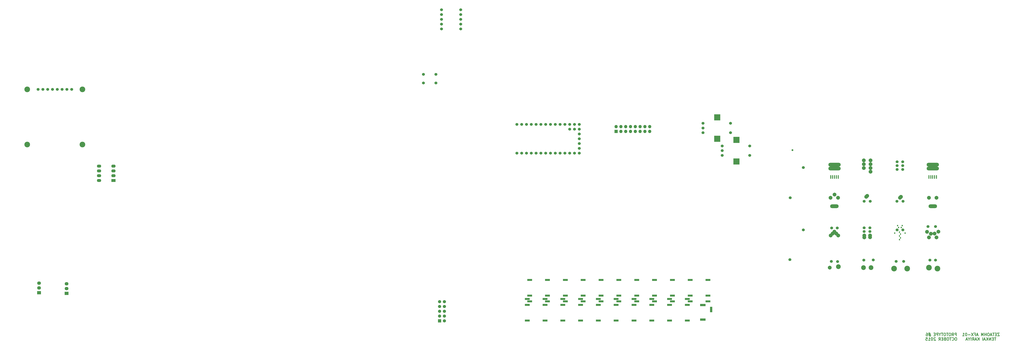
<source format=gbl>
G04 #@! TF.FileFunction,Copper,L2,Bot,Signal*
%FSLAX46Y46*%
G04 Gerber Fmt 4.6, Leading zero omitted, Abs format (unit mm)*
G04 Created by KiCad (PCBNEW (2015-10-14 BZR 6269)-product) date Tuesday, October 20, 2015 'PMt' 02:20:26 PM*
%MOMM*%
G01*
G04 APERTURE LIST*
%ADD10C,0.100000*%
%ADD11C,0.300000*%
%ADD12C,1.524000*%
%ADD13C,2.000000*%
%ADD14C,2.500000*%
%ADD15C,3.000000*%
%ADD16C,0.750000*%
%ADD17O,4.500000X2.000000*%
%ADD18O,6.500000X2.000000*%
%ADD19O,0.500000X2.000000*%
%ADD20C,1.000000*%
%ADD21R,2.500000X1.000000*%
%ADD22R,3.200000X3.200000*%
%ADD23R,2.286000X1.574800*%
%ADD24O,2.286000X1.574800*%
%ADD25C,1.676400*%
%ADD26R,1.676400X1.676400*%
%ADD27R,2.032000X1.727200*%
%ADD28O,2.032000X1.727200*%
%ADD29R,1.250000X3.000000*%
%ADD30R,3.000000X1.250000*%
%ADD31R,1.727200X1.727200*%
%ADD32O,1.727200X1.727200*%
G04 APERTURE END LIST*
D10*
D11*
X258154285Y-160633049D02*
X258154285Y-159133049D01*
X257582857Y-159133049D01*
X257439999Y-159204478D01*
X257368571Y-159275907D01*
X257297142Y-159418764D01*
X257297142Y-159633049D01*
X257368571Y-159775907D01*
X257439999Y-159847335D01*
X257582857Y-159918764D01*
X258154285Y-159918764D01*
X255797142Y-160633049D02*
X256297142Y-159918764D01*
X256654285Y-160633049D02*
X256654285Y-159133049D01*
X256082857Y-159133049D01*
X255939999Y-159204478D01*
X255868571Y-159275907D01*
X255797142Y-159418764D01*
X255797142Y-159633049D01*
X255868571Y-159775907D01*
X255939999Y-159847335D01*
X256082857Y-159918764D01*
X256654285Y-159918764D01*
X254868571Y-159133049D02*
X254582857Y-159133049D01*
X254439999Y-159204478D01*
X254297142Y-159347335D01*
X254225714Y-159633049D01*
X254225714Y-160133049D01*
X254297142Y-160418764D01*
X254439999Y-160561621D01*
X254582857Y-160633049D01*
X254868571Y-160633049D01*
X255011428Y-160561621D01*
X255154285Y-160418764D01*
X255225714Y-160133049D01*
X255225714Y-159633049D01*
X255154285Y-159347335D01*
X255011428Y-159204478D01*
X254868571Y-159133049D01*
X253797142Y-159133049D02*
X252939999Y-159133049D01*
X253368570Y-160633049D02*
X253368570Y-159133049D01*
X252154285Y-159133049D02*
X251868571Y-159133049D01*
X251725713Y-159204478D01*
X251582856Y-159347335D01*
X251511428Y-159633049D01*
X251511428Y-160133049D01*
X251582856Y-160418764D01*
X251725713Y-160561621D01*
X251868571Y-160633049D01*
X252154285Y-160633049D01*
X252297142Y-160561621D01*
X252439999Y-160418764D01*
X252511428Y-160133049D01*
X252511428Y-159633049D01*
X252439999Y-159347335D01*
X252297142Y-159204478D01*
X252154285Y-159133049D01*
X251082856Y-159133049D02*
X250225713Y-159133049D01*
X250654284Y-160633049D02*
X250654284Y-159133049D01*
X249439999Y-159918764D02*
X249439999Y-160633049D01*
X249939999Y-159133049D02*
X249439999Y-159918764D01*
X248939999Y-159133049D01*
X248439999Y-160633049D02*
X248439999Y-159133049D01*
X247868571Y-159133049D01*
X247725713Y-159204478D01*
X247654285Y-159275907D01*
X247582856Y-159418764D01*
X247582856Y-159633049D01*
X247654285Y-159775907D01*
X247725713Y-159847335D01*
X247868571Y-159918764D01*
X248439999Y-159918764D01*
X246939999Y-159847335D02*
X246439999Y-159847335D01*
X246225713Y-160633049D02*
X246939999Y-160633049D01*
X246939999Y-159133049D01*
X246225713Y-159133049D01*
X244511428Y-159633049D02*
X243439999Y-159633049D01*
X244082856Y-158990192D02*
X244511428Y-160918764D01*
X243582856Y-160275907D02*
X244654285Y-160275907D01*
X244011428Y-160918764D02*
X243582856Y-158990192D01*
X242297142Y-159133049D02*
X242582856Y-159133049D01*
X242725713Y-159204478D01*
X242797142Y-159275907D01*
X242939999Y-159490192D01*
X243011428Y-159775907D01*
X243011428Y-160347335D01*
X242939999Y-160490192D01*
X242868571Y-160561621D01*
X242725713Y-160633049D01*
X242439999Y-160633049D01*
X242297142Y-160561621D01*
X242225713Y-160490192D01*
X242154285Y-160347335D01*
X242154285Y-159990192D01*
X242225713Y-159847335D01*
X242297142Y-159775907D01*
X242439999Y-159704478D01*
X242725713Y-159704478D01*
X242868571Y-159775907D01*
X242939999Y-159847335D01*
X243011428Y-159990192D01*
X258047142Y-161533049D02*
X257761428Y-161533049D01*
X257618570Y-161604478D01*
X257475713Y-161747335D01*
X257404285Y-162033049D01*
X257404285Y-162533049D01*
X257475713Y-162818764D01*
X257618570Y-162961621D01*
X257761428Y-163033049D01*
X258047142Y-163033049D01*
X258189999Y-162961621D01*
X258332856Y-162818764D01*
X258404285Y-162533049D01*
X258404285Y-162033049D01*
X258332856Y-161747335D01*
X258189999Y-161604478D01*
X258047142Y-161533049D01*
X255904284Y-162890192D02*
X255975713Y-162961621D01*
X256189999Y-163033049D01*
X256332856Y-163033049D01*
X256547141Y-162961621D01*
X256689999Y-162818764D01*
X256761427Y-162675907D01*
X256832856Y-162390192D01*
X256832856Y-162175907D01*
X256761427Y-161890192D01*
X256689999Y-161747335D01*
X256547141Y-161604478D01*
X256332856Y-161533049D01*
X256189999Y-161533049D01*
X255975713Y-161604478D01*
X255904284Y-161675907D01*
X255475713Y-161533049D02*
X254618570Y-161533049D01*
X255047141Y-163033049D02*
X255047141Y-161533049D01*
X253832856Y-161533049D02*
X253547142Y-161533049D01*
X253404284Y-161604478D01*
X253261427Y-161747335D01*
X253189999Y-162033049D01*
X253189999Y-162533049D01*
X253261427Y-162818764D01*
X253404284Y-162961621D01*
X253547142Y-163033049D01*
X253832856Y-163033049D01*
X253975713Y-162961621D01*
X254118570Y-162818764D01*
X254189999Y-162533049D01*
X254189999Y-162033049D01*
X254118570Y-161747335D01*
X253975713Y-161604478D01*
X253832856Y-161533049D01*
X252047141Y-162247335D02*
X251832855Y-162318764D01*
X251761427Y-162390192D01*
X251689998Y-162533049D01*
X251689998Y-162747335D01*
X251761427Y-162890192D01*
X251832855Y-162961621D01*
X251975713Y-163033049D01*
X252547141Y-163033049D01*
X252547141Y-161533049D01*
X252047141Y-161533049D01*
X251904284Y-161604478D01*
X251832855Y-161675907D01*
X251761427Y-161818764D01*
X251761427Y-161961621D01*
X251832855Y-162104478D01*
X251904284Y-162175907D01*
X252047141Y-162247335D01*
X252547141Y-162247335D01*
X251047141Y-162247335D02*
X250547141Y-162247335D01*
X250332855Y-163033049D02*
X251047141Y-163033049D01*
X251047141Y-161533049D01*
X250332855Y-161533049D01*
X248832855Y-163033049D02*
X249332855Y-162318764D01*
X249689998Y-163033049D02*
X249689998Y-161533049D01*
X249118570Y-161533049D01*
X248975712Y-161604478D01*
X248904284Y-161675907D01*
X248832855Y-161818764D01*
X248832855Y-162033049D01*
X248904284Y-162175907D01*
X248975712Y-162247335D01*
X249118570Y-162318764D01*
X249689998Y-162318764D01*
X247118570Y-161675907D02*
X247047141Y-161604478D01*
X246904284Y-161533049D01*
X246547141Y-161533049D01*
X246404284Y-161604478D01*
X246332855Y-161675907D01*
X246261427Y-161818764D01*
X246261427Y-161961621D01*
X246332855Y-162175907D01*
X247189998Y-163033049D01*
X246261427Y-163033049D01*
X245332856Y-161533049D02*
X245189999Y-161533049D01*
X245047142Y-161604478D01*
X244975713Y-161675907D01*
X244904284Y-161818764D01*
X244832856Y-162104478D01*
X244832856Y-162461621D01*
X244904284Y-162747335D01*
X244975713Y-162890192D01*
X245047142Y-162961621D01*
X245189999Y-163033049D01*
X245332856Y-163033049D01*
X245475713Y-162961621D01*
X245547142Y-162890192D01*
X245618570Y-162747335D01*
X245689999Y-162461621D01*
X245689999Y-162104478D01*
X245618570Y-161818764D01*
X245547142Y-161675907D01*
X245475713Y-161604478D01*
X245332856Y-161533049D01*
X243404285Y-163033049D02*
X244261428Y-163033049D01*
X243832856Y-163033049D02*
X243832856Y-161533049D01*
X243975713Y-161747335D01*
X244118571Y-161890192D01*
X244261428Y-161961621D01*
X242047142Y-161533049D02*
X242761428Y-161533049D01*
X242832857Y-162247335D01*
X242761428Y-162175907D01*
X242618571Y-162104478D01*
X242261428Y-162104478D01*
X242118571Y-162175907D01*
X242047142Y-162247335D01*
X241975714Y-162390192D01*
X241975714Y-162747335D01*
X242047142Y-162890192D01*
X242118571Y-162961621D01*
X242261428Y-163033049D01*
X242618571Y-163033049D01*
X242761428Y-162961621D01*
X242832857Y-162890192D01*
X280894999Y-159133049D02*
X279894999Y-159133049D01*
X280894999Y-160633049D01*
X279894999Y-160633049D01*
X279323571Y-159847335D02*
X278823571Y-159847335D01*
X278609285Y-160633049D02*
X279323571Y-160633049D01*
X279323571Y-159133049D01*
X278609285Y-159133049D01*
X278180714Y-159133049D02*
X277323571Y-159133049D01*
X277752142Y-160633049D02*
X277752142Y-159133049D01*
X276895000Y-160204478D02*
X276180714Y-160204478D01*
X277037857Y-160633049D02*
X276537857Y-159133049D01*
X276037857Y-160633049D01*
X275252143Y-159133049D02*
X274966429Y-159133049D01*
X274823571Y-159204478D01*
X274680714Y-159347335D01*
X274609286Y-159633049D01*
X274609286Y-160133049D01*
X274680714Y-160418764D01*
X274823571Y-160561621D01*
X274966429Y-160633049D01*
X275252143Y-160633049D01*
X275395000Y-160561621D01*
X275537857Y-160418764D01*
X275609286Y-160133049D01*
X275609286Y-159633049D01*
X275537857Y-159347335D01*
X275395000Y-159204478D01*
X275252143Y-159133049D01*
X273966428Y-160633049D02*
X273966428Y-159133049D01*
X273966428Y-159847335D02*
X273109285Y-159847335D01*
X273109285Y-160633049D02*
X273109285Y-159133049D01*
X272394999Y-160633049D02*
X272394999Y-159133049D01*
X271894999Y-160204478D01*
X271394999Y-159133049D01*
X271394999Y-160633049D01*
X269609285Y-160204478D02*
X268894999Y-160204478D01*
X269752142Y-160633049D02*
X269252142Y-159133049D01*
X268752142Y-160633049D01*
X267752142Y-159847335D02*
X268252142Y-159847335D01*
X268252142Y-160633049D02*
X268252142Y-159133049D01*
X267537856Y-159133049D01*
X267109285Y-159133049D02*
X266109285Y-160633049D01*
X266109285Y-159133049D02*
X267109285Y-160633049D01*
X265537857Y-160061621D02*
X264395000Y-160061621D01*
X263395000Y-159133049D02*
X263252143Y-159133049D01*
X263109286Y-159204478D01*
X263037857Y-159275907D01*
X262966428Y-159418764D01*
X262895000Y-159704478D01*
X262895000Y-160061621D01*
X262966428Y-160347335D01*
X263037857Y-160490192D01*
X263109286Y-160561621D01*
X263252143Y-160633049D01*
X263395000Y-160633049D01*
X263537857Y-160561621D01*
X263609286Y-160490192D01*
X263680714Y-160347335D01*
X263752143Y-160061621D01*
X263752143Y-159704478D01*
X263680714Y-159418764D01*
X263609286Y-159275907D01*
X263537857Y-159204478D01*
X263395000Y-159133049D01*
X261466429Y-160633049D02*
X262323572Y-160633049D01*
X261895000Y-160633049D02*
X261895000Y-159133049D01*
X262037857Y-159347335D01*
X262180715Y-159490192D01*
X262323572Y-159561621D01*
X279145000Y-161533049D02*
X278287857Y-161533049D01*
X278716428Y-163033049D02*
X278716428Y-161533049D01*
X277787857Y-162247335D02*
X277287857Y-162247335D01*
X277073571Y-163033049D02*
X277787857Y-163033049D01*
X277787857Y-161533049D01*
X277073571Y-161533049D01*
X276430714Y-163033049D02*
X276430714Y-161533049D01*
X275573571Y-163033049D01*
X275573571Y-161533049D01*
X274859285Y-163033049D02*
X274859285Y-161533049D01*
X274002142Y-163033049D02*
X274644999Y-162175907D01*
X274002142Y-161533049D02*
X274859285Y-162390192D01*
X273430714Y-162604478D02*
X272716428Y-162604478D01*
X273573571Y-163033049D02*
X273073571Y-161533049D01*
X272573571Y-163033049D01*
X272073571Y-163033049D02*
X272073571Y-161533049D01*
X270216428Y-163033049D02*
X270216428Y-161533049D01*
X269359285Y-163033049D02*
X270002142Y-162175907D01*
X269359285Y-161533049D02*
X270216428Y-162390192D01*
X268787857Y-162604478D02*
X268073571Y-162604478D01*
X268930714Y-163033049D02*
X268430714Y-161533049D01*
X267930714Y-163033049D01*
X266573571Y-163033049D02*
X267073571Y-162318764D01*
X267430714Y-163033049D02*
X267430714Y-161533049D01*
X266859286Y-161533049D01*
X266716428Y-161604478D01*
X266645000Y-161675907D01*
X266573571Y-161818764D01*
X266573571Y-162033049D01*
X266645000Y-162175907D01*
X266716428Y-162247335D01*
X266859286Y-162318764D01*
X267430714Y-162318764D01*
X265930714Y-163033049D02*
X265930714Y-161533049D01*
X264930714Y-162318764D02*
X264930714Y-163033049D01*
X265430714Y-161533049D02*
X264930714Y-162318764D01*
X264430714Y-161533049D01*
X264002143Y-162604478D02*
X263287857Y-162604478D01*
X264145000Y-163033049D02*
X263645000Y-161533049D01*
X263145000Y-163033049D01*
D12*
X177241200Y-71475600D03*
X170230800Y-87452200D03*
X177241200Y-104470200D03*
X170129200Y-120294400D03*
X195300600Y-121234200D03*
X192024000Y-121208800D03*
X209169000Y-120472200D03*
X214172800Y-120446800D03*
D13*
X191160400Y-124460000D03*
D14*
X195757800Y-123977400D03*
D12*
X230327200Y-121208800D03*
X226314000Y-121208800D03*
D15*
X225171000Y-124993400D03*
X232156000Y-124968000D03*
D12*
X244144800Y-120472200D03*
X247142000Y-120472200D03*
D15*
X243662200Y-124460000D03*
X248158000Y-124968000D03*
D12*
X226822000Y-104470200D03*
X229844600Y-104470200D03*
D13*
X243636800Y-87452200D03*
X242646200Y-105486200D03*
D12*
X247167400Y-102717600D03*
D13*
X244652800Y-106502200D03*
X246659400Y-106451400D03*
X248666000Y-105460800D03*
X247624600Y-108483400D03*
X243636800Y-108483400D03*
X209499200Y-107467400D03*
D16*
X227076000Y-102209600D03*
X227558600Y-103200200D03*
X229057200Y-103200200D03*
X229565200Y-102209600D03*
X228066600Y-105714800D03*
X225577400Y-106197400D03*
X228574600Y-106705400D03*
X231089200Y-106222800D03*
X228066600Y-107721400D03*
X228574600Y-108712000D03*
X228066600Y-109702600D03*
D12*
X209397600Y-103378000D03*
X212420200Y-103378000D03*
X212394800Y-105384600D03*
X209397600Y-105384600D03*
X192151000Y-103479600D03*
D13*
X209499200Y-108483400D03*
X212521800Y-107442000D03*
X212496400Y-108432600D03*
D12*
X195173600Y-103479600D03*
D13*
X193649600Y-105460800D03*
X192659000Y-106451400D03*
X191668400Y-107492800D03*
X195656200Y-107492800D03*
X194640200Y-106451400D03*
D12*
X209372200Y-89357200D03*
X212598000Y-89357200D03*
D13*
X210997800Y-86487000D03*
X210489800Y-86969600D03*
X228845743Y-86977317D03*
X228337743Y-87459917D03*
D12*
X229946200Y-89357200D03*
X226720400Y-89357200D03*
D13*
X247624600Y-87452200D03*
D17*
X245668800Y-91973400D03*
D13*
X195554600Y-87452200D03*
D17*
X193598800Y-91973400D03*
D13*
X191566800Y-87452200D03*
X193675000Y-85826600D03*
X212725000Y-67716400D03*
X209245200Y-67716400D03*
D12*
X226822000Y-68453000D03*
D18*
X245668800Y-71958200D03*
D13*
X209245200Y-69723000D03*
X212725000Y-69723000D03*
X209245200Y-71704200D03*
X212725000Y-71704200D03*
X212725000Y-73710800D03*
D12*
X229819200Y-68478400D03*
X229819200Y-70459600D03*
X226822000Y-70459600D03*
X226822000Y-72466200D03*
X229819200Y-72466200D03*
D18*
X245668800Y-69951600D03*
D19*
X243636800Y-76454000D03*
X244640100Y-76454000D03*
X245643400Y-76454000D03*
X246646700Y-76454000D03*
X247650000Y-76454000D03*
D18*
X193675000Y-69951600D03*
X193675000Y-71958200D03*
D19*
X193649600Y-76454000D03*
X191643000Y-76454000D03*
X192646300Y-76454000D03*
X194652900Y-76454000D03*
X195656200Y-76454000D03*
D12*
X243154200Y-102717600D03*
D14*
X209016600Y-124460000D03*
X213004400Y-124460000D03*
D20*
X171450000Y-62230000D03*
D21*
X126746000Y-130970000D03*
X126746000Y-139270000D03*
X126746000Y-142370000D03*
D12*
X134295927Y-60052305D03*
X134295927Y-62552305D03*
X134295927Y-65052305D03*
X148795927Y-65052305D03*
X148795927Y-60052305D03*
D22*
X141795927Y-56852305D03*
X141795927Y-68252305D03*
D23*
X-187833000Y-78359000D03*
D24*
X-187833000Y-75819000D03*
X-187833000Y-73279000D03*
X-187833000Y-70739000D03*
X-195453000Y-70739000D03*
X-195453000Y-73279000D03*
X-195453000Y-75819000D03*
X-195453000Y-78359000D03*
D25*
X-12700000Y-142494000D03*
X-15240000Y-142494000D03*
X-15240000Y-145034000D03*
X-12700000Y-145034000D03*
X-12700000Y-147574000D03*
X-15240000Y-147574000D03*
X-15240000Y-150114000D03*
X-12700000Y-150114000D03*
X-12700000Y-152654000D03*
D26*
X-15240000Y-152654000D03*
D12*
X-4064000Y12065000D03*
X-4064000Y9525000D03*
X-4064000Y6985000D03*
X-4064000Y4445000D03*
X-4064000Y1905000D03*
X-14224000Y1905000D03*
X-14224000Y12065000D03*
X-14224000Y9525000D03*
X-14224000Y6985000D03*
X-14224000Y4445000D03*
D15*
X-233426000Y-59309000D03*
X-204216000Y-59309000D03*
D12*
X-227711000Y-30099000D03*
X-225171000Y-30099000D03*
X-209931000Y-30099000D03*
X-212471000Y-30099000D03*
X-215011000Y-30099000D03*
X-217551000Y-30099000D03*
X-220091000Y-30099000D03*
X-222631000Y-30099000D03*
D15*
X-233426000Y-30099000D03*
X-233426000Y-30099000D03*
D12*
X-222631000Y-30099000D03*
X-220091000Y-30099000D03*
X-217551000Y-30099000D03*
X-215011000Y-30099000D03*
X-212471000Y-30099000D03*
X-209931000Y-30099000D03*
X-225171000Y-30099000D03*
X-227711000Y-30099000D03*
D15*
X-204216000Y-30099000D03*
D12*
X124146144Y-48063638D03*
X124146144Y-50563638D03*
X124146144Y-53063638D03*
X138646144Y-53063638D03*
X138646144Y-48063638D03*
D22*
X131646144Y-44863638D03*
X131646144Y-56263638D03*
D21*
X106411888Y-152494000D03*
X106411888Y-144194000D03*
X106411888Y-141094000D03*
X68763444Y-152494000D03*
X68763444Y-144194000D03*
X68763444Y-141094000D03*
X96999777Y-152494000D03*
X96999777Y-144194000D03*
X96999777Y-141094000D03*
X78175555Y-152494000D03*
X78175555Y-144194000D03*
X78175555Y-141094000D03*
X70146328Y-130970000D03*
X70146328Y-139270000D03*
X70146328Y-142370000D03*
X79586660Y-130970000D03*
X79586660Y-139270000D03*
X79586660Y-142370000D03*
X98467324Y-130970000D03*
X98467324Y-139270000D03*
X98467324Y-142370000D03*
D27*
X-227203000Y-137795000D03*
D28*
X-227203000Y-135255000D03*
X-227203000Y-132715000D03*
D27*
X-212595953Y-138134001D03*
D28*
X-212595953Y-135594001D03*
X-212595953Y-133054001D03*
D21*
X107907656Y-130970000D03*
X107907656Y-139270000D03*
X107907656Y-142370000D03*
D12*
X30734000Y-63881000D03*
X33274000Y-63881000D03*
X35814000Y-63881000D03*
X38354000Y-63881000D03*
X40894000Y-63881000D03*
X43434000Y-63881000D03*
X45974000Y-63881000D03*
X48514000Y-63881000D03*
X51054000Y-63881000D03*
X53594000Y-63881000D03*
X56134000Y-63881000D03*
X58674000Y-63881000D03*
X58674000Y-48641000D03*
X56134000Y-48641000D03*
X53594000Y-48641000D03*
X51054000Y-48641000D03*
X48514000Y-48641000D03*
X45974000Y-48641000D03*
X43434000Y-48641000D03*
X40894000Y-48641000D03*
X38354000Y-48641000D03*
X35814000Y-48641000D03*
X33274000Y-48641000D03*
X56134000Y-51181000D03*
X53594000Y-51181000D03*
X58674000Y-51181000D03*
X58674000Y-53721000D03*
X25654000Y-63881000D03*
X58674000Y-58801000D03*
X58674000Y-61341000D03*
X25654000Y-48641000D03*
X28194000Y-48641000D03*
X30734000Y-48641000D03*
X58674000Y-56261000D03*
X28194000Y-63881000D03*
D29*
X128468000Y-146674000D03*
D30*
X124068000Y-151974000D03*
X124068000Y-144274000D03*
D31*
X78105000Y-52324000D03*
D32*
X78105000Y-49784000D03*
X80645000Y-52324000D03*
X80645000Y-49784000D03*
X83185000Y-52324000D03*
X83185000Y-49784000D03*
X85725000Y-52324000D03*
X85725000Y-49784000D03*
X88265000Y-52324000D03*
X88265000Y-49784000D03*
X90805000Y-52324000D03*
X90805000Y-49784000D03*
X93345000Y-52324000D03*
X93345000Y-49784000D03*
X95885000Y-52324000D03*
X95885000Y-49784000D03*
D21*
X31115000Y-152494000D03*
X31115000Y-144194000D03*
X31115000Y-141094000D03*
X32385000Y-130970000D03*
X32385000Y-139270000D03*
X32385000Y-142370000D03*
X41825332Y-130970000D03*
X41825332Y-139270000D03*
X41825332Y-142370000D03*
X40527111Y-152494000D03*
X40527111Y-144194000D03*
X40527111Y-141094000D03*
X51265664Y-130970000D03*
X51265664Y-139270000D03*
X51265664Y-142370000D03*
X60705996Y-130970000D03*
X60705996Y-139270000D03*
X60705996Y-142370000D03*
X49939222Y-152494000D03*
X49939222Y-144194000D03*
X49939222Y-141094000D03*
X59351333Y-152494000D03*
X59351333Y-144194000D03*
X59351333Y-141094000D03*
X89026992Y-130970000D03*
X89026992Y-139270000D03*
X89026992Y-142370000D03*
X87587666Y-152494000D03*
X87587666Y-144194000D03*
X87587666Y-141094000D03*
X117347988Y-130970000D03*
X117347988Y-139270000D03*
X117347988Y-142370000D03*
X115823999Y-152494000D03*
X115823999Y-144194000D03*
X115823999Y-141094000D03*
D12*
X-17208500Y-22115001D03*
X-23812500Y-22115001D03*
X-23812500Y-26687001D03*
X-17208500Y-26687001D03*
X-17208500Y-22115001D03*
X-23812500Y-22115001D03*
X-23812500Y-26687001D03*
X-17208500Y-26687001D03*
X-17208500Y-22115001D03*
X-23812500Y-22115001D03*
X-23812500Y-26687001D03*
X-17208500Y-26687001D03*
X-17208500Y-22115001D03*
X-23812500Y-22115001D03*
X-23812500Y-26687001D03*
X-17208500Y-26687001D03*
X-17208500Y-22115001D03*
X-23812500Y-22115001D03*
X-23812500Y-26687001D03*
X-17208500Y-26687001D03*
X-17208500Y-22115001D03*
X-23812500Y-22115001D03*
X-23812500Y-26687001D03*
X-17208500Y-26687001D03*
X-17208500Y-22115001D03*
X-23812500Y-22115001D03*
X-23812500Y-26687001D03*
X-17208500Y-26687001D03*
X-17208500Y-22115001D03*
X-23812500Y-22115001D03*
X-23812500Y-26687001D03*
X-17208500Y-26687001D03*
X-17208500Y-22115001D03*
X-23812500Y-22115001D03*
X-23812500Y-26687001D03*
X-17208500Y-26687001D03*
X-17208500Y-22115001D03*
X-23812500Y-22115001D03*
X-23812500Y-26687001D03*
X-17208500Y-26687001D03*
X-17208500Y-22115001D03*
X-23812500Y-22115001D03*
X-23812500Y-26687001D03*
X-17208500Y-26687001D03*
X-17208500Y-22115001D03*
X-23812500Y-22115001D03*
X-23812500Y-26687001D03*
X-17208500Y-26687001D03*
X-17208500Y-22115001D03*
X-23812500Y-22115001D03*
X-23812500Y-26687001D03*
X-17208500Y-26687001D03*
X-17208500Y-22115001D03*
X-23812500Y-22115001D03*
X-23812500Y-26687001D03*
X-17208500Y-26687001D03*
X-17208500Y-22115001D03*
X-23812500Y-22115001D03*
X-23812500Y-26687001D03*
X-17208500Y-26687001D03*
X-17208500Y-22115001D03*
X-23812500Y-22115001D03*
X-23812500Y-26687001D03*
X-17208500Y-26687001D03*
X-17208500Y-22115001D03*
X-23812500Y-22115001D03*
X-23812500Y-26687001D03*
X-17208500Y-26687001D03*
X-17208500Y-22115001D03*
X-23812500Y-22115001D03*
X-23812500Y-26687001D03*
X-17208500Y-26687001D03*
X-17208500Y-22115001D03*
X-23812500Y-22115001D03*
X-23812500Y-26687001D03*
X-17208500Y-26687001D03*
X-17208500Y-22115001D03*
X-23812500Y-22115001D03*
X-23812500Y-26687001D03*
X-17208500Y-26687001D03*
X-17208500Y-22115001D03*
X-23812500Y-22115001D03*
X-23812500Y-26687001D03*
X-17208500Y-26687001D03*
X-17208500Y-22115001D03*
X-23812500Y-22115001D03*
X-23812500Y-26687001D03*
X-17208500Y-26687001D03*
X-17208500Y-22115001D03*
X-23812500Y-22115001D03*
X-23812500Y-26687001D03*
X-17208500Y-26687001D03*
X-17208500Y-22115001D03*
X-23812500Y-22115001D03*
X-23812500Y-26687001D03*
X-17208500Y-26687001D03*
X-17208500Y-22115001D03*
X-23812500Y-22115001D03*
X-23812500Y-26687001D03*
X-17208500Y-26687001D03*
M02*

</source>
